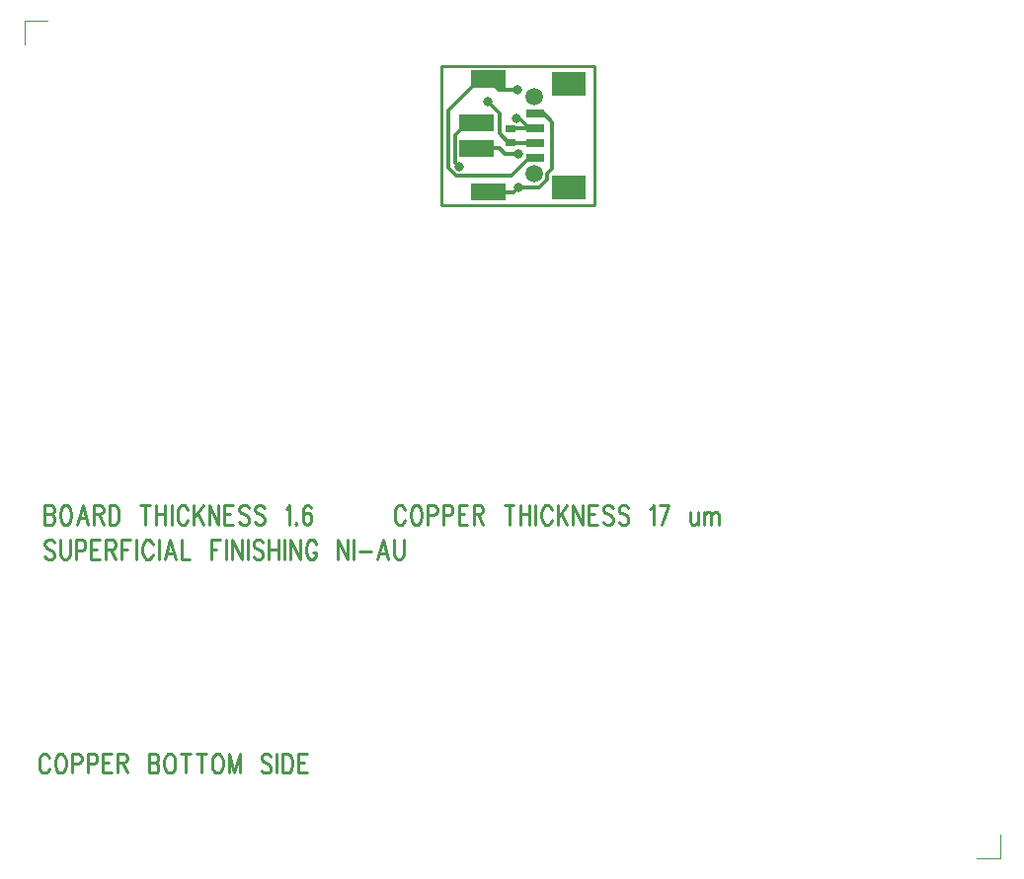
<source format=gbr>
*
*
G04 PADS Layout (Build Number 2007.42.1) generated Gerber (RS-274-X) file*
G04 PC Version=2.1*
*
%IN "TMSBASE-001.pcb"*%
*
%MOIN*%
*
%FSLAX35Y35*%
*
*
*
*
G04 PC Standard Apertures*
*
*
G04 Thermal Relief Aperture macro.*
%AMTER*
1,1,$1,0,0*
1,0,$1-$2,0,0*
21,0,$3,$4,0,0,45*
21,0,$3,$4,0,0,135*
%
*
*
G04 Annular Aperture macro.*
%AMANN*
1,1,$1,0,0*
1,0,$2,0,0*
%
*
*
G04 Odd Aperture macro.*
%AMODD*
1,1,$1,0,0*
1,0,$1-0.005,0,0*
%
*
*
G04 PC Custom Aperture Macros*
*
*
*
*
*
*
G04 PC Aperture Table*
*
%ADD010C,0.01*%
%ADD019R,0.06299X0.02756*%
%ADD020R,0.11811X0.08268*%
%ADD048R,0.024X0.024*%
%ADD050C,0.05906*%
%ADD092C,0.01181*%
%ADD108R,0.05906X0.05906*%
%ADD191C,0.0315*%
%ADD192C,0.00004*%
*
*
*
*
G04 PC Copper Outlines (0)*
G04 Layer Name TMSBASE-001.pcb - dark (0)*
%LPD*%
*
*
G04 PC Area=Custom_Thermal*
*
G04 PC Custom Flashes*
G04 Layer Name TMSBASE-001.pcb - flashes*
%LPD*%
*
*
G04 PC Circuitry*
G04 Layer Name TMSBASE-001.pcb - circuitry*
%LPD*%
*
G54D10*
G01X10081Y106505D02*
X9627Y107130D01*
X8945Y107442*
X8036*
X7354Y107130*
X6900Y106505*
Y105880*
X7127Y105255*
X7354Y104942*
X7809Y104630*
X9172Y104005*
X9627Y103692*
X9854Y103380*
X10081Y102755*
Y101817*
X9627Y101192*
X8945Y100880*
X8036*
X7354Y101192*
X6900Y101817*
X12127Y107442D02*
Y102755D01*
X12354Y101817*
X12809Y101192*
X13491Y100880*
X13945*
X14627Y101192*
X15081Y101817*
X15309Y102755*
Y107442*
X17354D02*
Y100880D01*
Y107442D02*
X19400D01*
X20081Y107130*
X20309Y106817*
X20536Y106192*
Y105255*
X20309Y104630*
X20081Y104317*
X19400Y104005*
X17354*
X22581Y107442D02*
Y100880D01*
Y107442D02*
X25536D01*
X22581Y104317D02*
X24400D01*
X22581Y100880D02*
X25536D01*
X27581Y107442D02*
Y100880D01*
Y107442D02*
X29627D01*
X30309Y107130*
X30536Y106817*
X30763Y106192*
Y105567*
X30536Y104942*
X30309Y104630*
X29627Y104317*
X27581*
X29172D02*
X30763Y100880D01*
X32809Y107442D02*
Y100880D01*
Y107442D02*
X35763D01*
X32809Y104317D02*
X34627D01*
X37809Y107442D02*
Y100880D01*
X43263Y105880D02*
X43036Y106505D01*
X42581Y107130*
X42127Y107442*
X41218*
X40763Y107130*
X40309Y106505*
X40081Y105880*
X39854Y104942*
Y103380*
X40081Y102442*
X40309Y101817*
X40763Y101192*
X41218Y100880*
X42127*
X42581Y101192*
X43036Y101817*
X43263Y102442*
X45309Y107442D02*
Y100880D01*
X49172Y107442D02*
X47354Y100880D01*
X49172Y107442D02*
X50991Y100880D01*
X48036Y103067D02*
X50309D01*
X53036Y107442D02*
Y100880D01*
X55763*
X63036Y107442D02*
Y100880D01*
Y107442D02*
X65991D01*
X63036Y104317D02*
X64854D01*
X68036Y107442D02*
Y100880D01*
X70081Y107442D02*
Y100880D01*
Y107442D02*
X73263Y100880D01*
Y107442D02*
Y100880D01*
X75309Y107442D02*
Y100880D01*
X80536Y106505D02*
X80081Y107130D01*
X79400Y107442*
X78491*
X77809Y107130*
X77354Y106505*
Y105880*
X77581Y105255*
X77809Y104942*
X78263Y104630*
X79627Y104005*
X80081Y103692*
X80309Y103380*
X80536Y102755*
Y101817*
X80081Y101192*
X79400Y100880*
X78491*
X77809Y101192*
X77354Y101817*
X82581Y107442D02*
Y100880D01*
X85763Y107442D02*
Y100880D01*
X82581Y104317D02*
X85763D01*
X87809Y107442D02*
Y100880D01*
X89854Y107442D02*
Y100880D01*
Y107442D02*
X93036Y100880D01*
Y107442D02*
Y100880D01*
X98491Y105880D02*
X98263Y106505D01*
X97809Y107130*
X97354Y107442*
X96445*
X95991Y107130*
X95536Y106505*
X95309Y105880*
X95081Y104942*
Y103380*
X95309Y102442*
X95536Y101817*
X95991Y101192*
X96445Y100880*
X97354*
X97809Y101192*
X98263Y101817*
X98491Y102442*
Y103380*
X97354D02*
X98491D01*
X105763Y107442D02*
Y100880D01*
Y107442D02*
X108945Y100880D01*
Y107442D02*
Y100880D01*
X110991Y107442D02*
Y100880D01*
X113036Y103692D02*
X117127D01*
X120991Y107442D02*
X119172Y100880D01*
X120991Y107442D02*
X122809Y100880D01*
X119854Y103067D02*
X122127D01*
X124854Y107442D02*
Y102755D01*
X125081Y101817*
X125536Y101192*
X126218Y100880*
X126672*
X127354Y101192*
X127809Y101817*
X128036Y102755*
Y107442*
X6900Y119253D02*
Y112691D01*
Y119253D02*
X8945D01*
X9627Y118941*
X9854Y118628*
X10081Y118003*
Y117378*
X9854Y116753*
X9627Y116441*
X8945Y116128*
X6900D02*
X8945D01*
X9627Y115816*
X9854Y115503*
X10081Y114878*
Y113941*
X9854Y113316*
X9627Y113003*
X8945Y112691*
X6900*
X13491Y119253D02*
X13036Y118941D01*
X12581Y118316*
X12354Y117691*
X12127Y116753*
Y115191*
X12354Y114253*
X12581Y113628*
X13036Y113003*
X13491Y112691*
X14400*
X14854Y113003*
X15309Y113628*
X15536Y114253*
X15763Y115191*
Y116753*
X15536Y117691*
X15309Y118316*
X14854Y118941*
X14400Y119253*
X13491*
X19627D02*
X17809Y112691D01*
X19627Y119253D02*
X21445Y112691D01*
X18491Y114878D02*
X20763D01*
X23491Y119253D02*
Y112691D01*
Y119253D02*
X25536D01*
X26218Y118941*
X26445Y118628*
X26672Y118003*
Y117378*
X26445Y116753*
X26218Y116441*
X25536Y116128*
X23491*
X25081D02*
X26672Y112691D01*
X28718Y119253D02*
Y112691D01*
Y119253D02*
X30309D01*
X30991Y118941*
X31445Y118316*
X31672Y117691*
X31900Y116753*
Y115191*
X31672Y114253*
X31445Y113628*
X30991Y113003*
X30309Y112691*
X28718*
X40763Y119253D02*
Y112691D01*
X39172Y119253D02*
X42354D01*
X44400D02*
Y112691D01*
X47581Y119253D02*
Y112691D01*
X44400Y116128D02*
X47581D01*
X49627Y119253D02*
Y112691D01*
X55081Y117691D02*
X54854Y118316D01*
X54400Y118941*
X53945Y119253*
X53036*
X52581Y118941*
X52127Y118316*
X51900Y117691*
X51672Y116753*
Y115191*
X51900Y114253*
X52127Y113628*
X52581Y113003*
X53036Y112691*
X53945*
X54400Y113003*
X54854Y113628*
X55081Y114253*
X57127Y119253D02*
Y112691D01*
X60309Y119253D02*
X57127Y114878D01*
X58263Y116441D02*
X60309Y112691D01*
X62354Y119253D02*
Y112691D01*
Y119253D02*
X65536Y112691D01*
Y119253D02*
Y112691D01*
X67581Y119253D02*
Y112691D01*
Y119253D02*
X70536D01*
X67581Y116128D02*
X69400D01*
X67581Y112691D02*
X70536D01*
X75763Y118316D02*
X75309Y118941D01*
X74627Y119253*
X73718*
X73036Y118941*
X72581Y118316*
Y117691*
X72809Y117066*
X73036Y116753*
X73491Y116441*
X74854Y115816*
X75309Y115503*
X75536Y115191*
X75763Y114566*
Y113628*
X75309Y113003*
X74627Y112691*
X73718*
X73036Y113003*
X72581Y113628*
X80991Y118316D02*
X80536Y118941D01*
X79854Y119253*
X78945*
X78263Y118941*
X77809Y118316*
Y117691*
X78036Y117066*
X78263Y116753*
X78718Y116441*
X80081Y115816*
X80536Y115503*
X80763Y115191*
X80991Y114566*
Y113628*
X80536Y113003*
X79854Y112691*
X78945*
X78263Y113003*
X77809Y113628*
X88263Y118003D02*
X88718Y118316D01*
X89400Y119253*
Y112691*
X91672Y113316D02*
X91445Y113003D01*
X91672Y112691*
X91900Y113003*
X91672Y113316*
X96672Y118316D02*
X96445Y118941D01*
X95763Y119253*
X95309*
X94627Y118941*
X94172Y118003*
X93945Y116441*
Y114878*
X94172Y113628*
X94627Y113003*
X95309Y112691*
X95536*
X96218Y113003*
X96672Y113628*
X96900Y114566*
Y114878*
X96672Y115816*
X96218Y116441*
X95536Y116753*
X95309*
X94627Y116441*
X94172Y115816*
X93945Y114878*
X128419Y117691D02*
X128192Y118316D01*
X127737Y118941*
X127283Y119253*
X126373*
X125919Y118941*
X125464Y118316*
X125237Y117691*
X125010Y116753*
Y115191*
X125237Y114253*
X125464Y113628*
X125919Y113003*
X126373Y112691*
X127283*
X127737Y113003*
X128192Y113628*
X128419Y114253*
X131828Y119253D02*
X131373Y118941D01*
X130919Y118316*
X130692Y117691*
X130464Y116753*
Y115191*
X130692Y114253*
X130919Y113628*
X131373Y113003*
X131828Y112691*
X132737*
X133192Y113003*
X133646Y113628*
X133873Y114253*
X134101Y115191*
Y116753*
X133873Y117691*
X133646Y118316*
X133192Y118941*
X132737Y119253*
X131828*
X136146D02*
Y112691D01*
Y119253D02*
X138192D01*
X138873Y118941*
X139101Y118628*
X139328Y118003*
Y117066*
X139101Y116441*
X138873Y116128*
X138192Y115816*
X136146*
X141373Y119253D02*
Y112691D01*
Y119253D02*
X143419D01*
X144101Y118941*
X144328Y118628*
X144555Y118003*
Y117066*
X144328Y116441*
X144101Y116128*
X143419Y115816*
X141373*
X146601Y119253D02*
Y112691D01*
Y119253D02*
X149555D01*
X146601Y116128D02*
X148419D01*
X146601Y112691D02*
X149555D01*
X151601Y119253D02*
Y112691D01*
Y119253D02*
X153646D01*
X154328Y118941*
X154555Y118628*
X154783Y118003*
Y117378*
X154555Y116753*
X154328Y116441*
X153646Y116128*
X151601*
X153192D02*
X154783Y112691D01*
X163646Y119253D02*
Y112691D01*
X162055Y119253D02*
X165237D01*
X167283D02*
Y112691D01*
X170464Y119253D02*
Y112691D01*
X167283Y116128D02*
X170464D01*
X172510Y119253D02*
Y112691D01*
X177964Y117691D02*
X177737Y118316D01*
X177283Y118941*
X176828Y119253*
X175919*
X175464Y118941*
X175010Y118316*
X174783Y117691*
X174555Y116753*
Y115191*
X174783Y114253*
X175010Y113628*
X175464Y113003*
X175919Y112691*
X176828*
X177283Y113003*
X177737Y113628*
X177964Y114253*
X180010Y119253D02*
Y112691D01*
X183192Y119253D02*
X180010Y114878D01*
X181146Y116441D02*
X183192Y112691D01*
X185237Y119253D02*
Y112691D01*
Y119253D02*
X188419Y112691D01*
Y119253D02*
Y112691D01*
X190464Y119253D02*
Y112691D01*
Y119253D02*
X193419D01*
X190464Y116128D02*
X192283D01*
X190464Y112691D02*
X193419D01*
X198646Y118316D02*
X198192Y118941D01*
X197510Y119253*
X196601*
X195919Y118941*
X195464Y118316*
Y117691*
X195692Y117066*
X195919Y116753*
X196373Y116441*
X197737Y115816*
X198192Y115503*
X198419Y115191*
X198646Y114566*
Y113628*
X198192Y113003*
X197510Y112691*
X196601*
X195919Y113003*
X195464Y113628*
X203873Y118316D02*
X203419Y118941D01*
X202737Y119253*
X201828*
X201146Y118941*
X200692Y118316*
Y117691*
X200919Y117066*
X201146Y116753*
X201601Y116441*
X202964Y115816*
X203419Y115503*
X203646Y115191*
X203873Y114566*
Y113628*
X203419Y113003*
X202737Y112691*
X201828*
X201146Y113003*
X200692Y113628*
X211146Y118003D02*
X211601Y118316D01*
X212283Y119253*
Y112691*
X217510Y119253D02*
X215237Y112691D01*
X214328Y119253D02*
X217510D01*
X224783Y117066D02*
Y113941D01*
X225010Y113003*
X225464Y112691*
X226146*
X226601Y113003*
X227283Y113941*
Y117066D02*
Y112691D01*
X229328Y117066D02*
Y112691D01*
Y115816D02*
X230010Y116753D01*
X230464Y117066*
X231146*
X231601Y116753*
X231828Y115816*
Y112691*
Y115816D02*
X232510Y116753D01*
X232964Y117066*
X233646*
X234101Y116753*
X234328Y115816*
Y112691*
X8364Y33762D02*
X8137Y34387D01*
X7682Y35012*
X7227Y35324*
X6318*
X5864Y35012*
X5409Y34387*
X5182Y33762*
X4955Y32824*
Y31262*
X5182Y30324*
X5409Y29699*
X5864Y29074*
X6318Y28762*
X7227*
X7682Y29074*
X8137Y29699*
X8364Y30324*
X11773Y35324D02*
X11318Y35012D01*
X10864Y34387*
X10637Y33762*
X10409Y32824*
Y31262*
X10637Y30324*
X10864Y29699*
X11318Y29074*
X11773Y28762*
X12682*
X13137Y29074*
X13591Y29699*
X13818Y30324*
X14046Y31262*
Y32824*
X13818Y33762*
X13591Y34387*
X13137Y35012*
X12682Y35324*
X11773*
X16091D02*
Y28762D01*
Y35324D02*
X18137D01*
X18818Y35012*
X19046Y34699*
X19273Y34074*
Y33137*
X19046Y32512*
X18818Y32199*
X18137Y31887*
X16091*
X21318Y35324D02*
Y28762D01*
Y35324D02*
X23364D01*
X24046Y35012*
X24273Y34699*
X24500Y34074*
Y33137*
X24273Y32512*
X24046Y32199*
X23364Y31887*
X21318*
X26546Y35324D02*
Y28762D01*
Y35324D02*
X29500D01*
X26546Y32199D02*
X28364D01*
X26546Y28762D02*
X29500D01*
X31546Y35324D02*
Y28762D01*
Y35324D02*
X33591D01*
X34273Y35012*
X34500Y34699*
X34727Y34074*
Y33449*
X34500Y32824*
X34273Y32512*
X33591Y32199*
X31546*
X33137D02*
X34727Y28762D01*
X42000Y35324D02*
Y28762D01*
Y35324D02*
X44046D01*
X44727Y35012*
X44955Y34699*
X45182Y34074*
Y33449*
X44955Y32824*
X44727Y32512*
X44046Y32199*
X42000D02*
X44046D01*
X44727Y31887*
X44955Y31574*
X45182Y30949*
Y30012*
X44955Y29387*
X44727Y29074*
X44046Y28762*
X42000*
X48591Y35324D02*
X48137Y35012D01*
X47682Y34387*
X47455Y33762*
X47227Y32824*
Y31262*
X47455Y30324*
X47682Y29699*
X48137Y29074*
X48591Y28762*
X49500*
X49955Y29074*
X50409Y29699*
X50637Y30324*
X50864Y31262*
Y32824*
X50637Y33762*
X50409Y34387*
X49955Y35012*
X49500Y35324*
X48591*
X54500D02*
Y28762D01*
X52909Y35324D02*
X56091D01*
X59727D02*
Y28762D01*
X58137Y35324D02*
X61318D01*
X64727D02*
X64273Y35012D01*
X63818Y34387*
X63591Y33762*
X63364Y32824*
Y31262*
X63591Y30324*
X63818Y29699*
X64273Y29074*
X64727Y28762*
X65637*
X66091Y29074*
X66546Y29699*
X66773Y30324*
X67000Y31262*
Y32824*
X66773Y33762*
X66546Y34387*
X66091Y35012*
X65637Y35324*
X64727*
X69046D02*
Y28762D01*
Y35324D02*
X70864Y28762D01*
X72682Y35324D02*
X70864Y28762D01*
X72682Y35324D02*
Y28762D01*
X83137Y34387D02*
X82682Y35012D01*
X82000Y35324*
X81091*
X80409Y35012*
X79955Y34387*
Y33762*
X80182Y33137*
X80409Y32824*
X80864Y32512*
X82227Y31887*
X82682Y31574*
X82909Y31262*
X83137Y30637*
Y29699*
X82682Y29074*
X82000Y28762*
X81091*
X80409Y29074*
X79955Y29699*
X85182Y35324D02*
Y28762D01*
X87227Y35324D02*
Y28762D01*
Y35324D02*
X88818D01*
X89500Y35012*
X89955Y34387*
X90182Y33762*
X90409Y32824*
Y31262*
X90182Y30324*
X89955Y29699*
X89500Y29074*
X88818Y28762*
X87227*
X92455Y35324D02*
Y28762D01*
Y35324D02*
X95409D01*
X92455Y32199D02*
X94273D01*
X92455Y28762D02*
X95409D01*
X192439Y220486D02*
Y267730D01*
X140864*
Y220486*
X192439*
G54D19*
X172360Y251490D03*
Y246569D03*
Y241648D03*
Y236726D03*
G54D20*
X183778Y261530D03*
Y226687D03*
G54D48*
X163543Y246508D02*
X164643D01*
X163543Y241708D02*
X164643D01*
G54D50*
X171967Y257100D03*
Y231116D03*
G54D92*
X156612Y225061D02*
X165132D01*
X166699Y226628*
X173604*
X176396Y229419*
Y231293*
X177978Y232876*
X178163*
Y248734*
X175407Y251490*
X172360*
X146915Y230530D02*
X164392D01*
X170589Y236726*
X172360*
X146915Y230530D02*
X145691D01*
X143112Y233108*
Y252608*
X153659Y263156*
X156612*
X146915Y233482D02*
X145392Y235006D01*
Y244108*
X149722Y248439*
X152675*
X166770Y238073D02*
X162246D01*
X160541Y239778*
X152675*
X164093Y241708D02*
X163543D01*
X160459Y244792*
Y251463*
X156628Y255293*
X156526Y255526*
X164093Y246508D02*
X167496D01*
X167557Y246569*
X170589*
X167073Y250085*
X166081*
X172360Y241648D02*
X167557D01*
X167496Y241708*
X164093*
X172360Y246569D02*
X170589D01*
X166522Y259640D02*
X160128D01*
X156612Y263156*
G54D108*
X153659Y225061D02*
X159565D01*
X149722Y239778D02*
X155628D01*
X149722Y248439D02*
X155628D01*
X153659Y263156D02*
X159565D01*
G54D191*
X166699Y226628D03*
X146915Y233482D03*
X166770Y238073D03*
X156526Y255526D03*
X166081Y250085D03*
X166522Y259640D03*
G54D192*
X2Y274955D02*
Y282829D01*
X7876*
X321537Y2D02*
X329411D01*
Y7876*
X0Y0D02*
M02*

</source>
